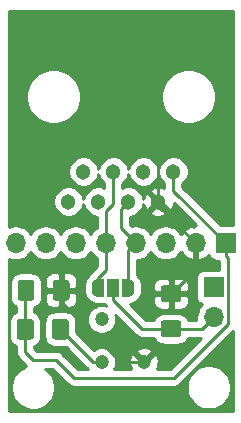
<source format=gbr>
G04 #@! TF.GenerationSoftware,KiCad,Pcbnew,(5.1.4)-1*
G04 #@! TF.CreationDate,2022-11-30T15:04:29+00:00*
G04 #@! TF.ProjectId,PIR_Board,5049525f-426f-4617-9264-2e6b69636164,rev?*
G04 #@! TF.SameCoordinates,Original*
G04 #@! TF.FileFunction,Copper,L2,Bot*
G04 #@! TF.FilePolarity,Positive*
%FSLAX46Y46*%
G04 Gerber Fmt 4.6, Leading zero omitted, Abs format (unit mm)*
G04 Created by KiCad (PCBNEW (5.1.4)-1) date 2022-11-30 15:04:29*
%MOMM*%
%LPD*%
G04 APERTURE LIST*
%ADD10C,1.200000*%
%ADD11C,1.303000*%
%ADD12C,0.100000*%
%ADD13C,1.425000*%
%ADD14O,1.700000X1.700000*%
%ADD15R,1.700000X1.700000*%
%ADD16R,1.000000X1.500000*%
%ADD17C,0.500000*%
%ADD18C,0.250000*%
%ADD19C,0.254000*%
G04 APERTURE END LIST*
D10*
X74349000Y-84999000D03*
X70757000Y-84999000D03*
X70757000Y-81407000D03*
D11*
X67960000Y-71437500D03*
X69230000Y-68897500D03*
X70500000Y-71437500D03*
X71770000Y-68897500D03*
X73040000Y-71437500D03*
X74310000Y-68897500D03*
X75580000Y-71437500D03*
X76850000Y-68897500D03*
D12*
G36*
X77294004Y-78509704D02*
G01*
X77318273Y-78513304D01*
X77342071Y-78519265D01*
X77365171Y-78527530D01*
X77387349Y-78538020D01*
X77408393Y-78550633D01*
X77428098Y-78565247D01*
X77446277Y-78581723D01*
X77462753Y-78599902D01*
X77477367Y-78619607D01*
X77489980Y-78640651D01*
X77500470Y-78662829D01*
X77508735Y-78685929D01*
X77514696Y-78709727D01*
X77518296Y-78733996D01*
X77519500Y-78758500D01*
X77519500Y-79683500D01*
X77518296Y-79708004D01*
X77514696Y-79732273D01*
X77508735Y-79756071D01*
X77500470Y-79779171D01*
X77489980Y-79801349D01*
X77477367Y-79822393D01*
X77462753Y-79842098D01*
X77446277Y-79860277D01*
X77428098Y-79876753D01*
X77408393Y-79891367D01*
X77387349Y-79903980D01*
X77365171Y-79914470D01*
X77342071Y-79922735D01*
X77318273Y-79928696D01*
X77294004Y-79932296D01*
X77269500Y-79933500D01*
X76019500Y-79933500D01*
X75994996Y-79932296D01*
X75970727Y-79928696D01*
X75946929Y-79922735D01*
X75923829Y-79914470D01*
X75901651Y-79903980D01*
X75880607Y-79891367D01*
X75860902Y-79876753D01*
X75842723Y-79860277D01*
X75826247Y-79842098D01*
X75811633Y-79822393D01*
X75799020Y-79801349D01*
X75788530Y-79779171D01*
X75780265Y-79756071D01*
X75774304Y-79732273D01*
X75770704Y-79708004D01*
X75769500Y-79683500D01*
X75769500Y-78758500D01*
X75770704Y-78733996D01*
X75774304Y-78709727D01*
X75780265Y-78685929D01*
X75788530Y-78662829D01*
X75799020Y-78640651D01*
X75811633Y-78619607D01*
X75826247Y-78599902D01*
X75842723Y-78581723D01*
X75860902Y-78565247D01*
X75880607Y-78550633D01*
X75901651Y-78538020D01*
X75923829Y-78527530D01*
X75946929Y-78519265D01*
X75970727Y-78513304D01*
X75994996Y-78509704D01*
X76019500Y-78508500D01*
X77269500Y-78508500D01*
X77294004Y-78509704D01*
X77294004Y-78509704D01*
G37*
D13*
X76644500Y-79221000D03*
D12*
G36*
X77294004Y-81484704D02*
G01*
X77318273Y-81488304D01*
X77342071Y-81494265D01*
X77365171Y-81502530D01*
X77387349Y-81513020D01*
X77408393Y-81525633D01*
X77428098Y-81540247D01*
X77446277Y-81556723D01*
X77462753Y-81574902D01*
X77477367Y-81594607D01*
X77489980Y-81615651D01*
X77500470Y-81637829D01*
X77508735Y-81660929D01*
X77514696Y-81684727D01*
X77518296Y-81708996D01*
X77519500Y-81733500D01*
X77519500Y-82658500D01*
X77518296Y-82683004D01*
X77514696Y-82707273D01*
X77508735Y-82731071D01*
X77500470Y-82754171D01*
X77489980Y-82776349D01*
X77477367Y-82797393D01*
X77462753Y-82817098D01*
X77446277Y-82835277D01*
X77428098Y-82851753D01*
X77408393Y-82866367D01*
X77387349Y-82878980D01*
X77365171Y-82889470D01*
X77342071Y-82897735D01*
X77318273Y-82903696D01*
X77294004Y-82907296D01*
X77269500Y-82908500D01*
X76019500Y-82908500D01*
X75994996Y-82907296D01*
X75970727Y-82903696D01*
X75946929Y-82897735D01*
X75923829Y-82889470D01*
X75901651Y-82878980D01*
X75880607Y-82866367D01*
X75860902Y-82851753D01*
X75842723Y-82835277D01*
X75826247Y-82817098D01*
X75811633Y-82797393D01*
X75799020Y-82776349D01*
X75788530Y-82754171D01*
X75780265Y-82731071D01*
X75774304Y-82707273D01*
X75770704Y-82683004D01*
X75769500Y-82658500D01*
X75769500Y-81733500D01*
X75770704Y-81708996D01*
X75774304Y-81684727D01*
X75780265Y-81660929D01*
X75788530Y-81637829D01*
X75799020Y-81615651D01*
X75811633Y-81594607D01*
X75826247Y-81574902D01*
X75842723Y-81556723D01*
X75860902Y-81540247D01*
X75880607Y-81525633D01*
X75901651Y-81513020D01*
X75923829Y-81502530D01*
X75946929Y-81494265D01*
X75970727Y-81488304D01*
X75994996Y-81484704D01*
X76019500Y-81483500D01*
X77269500Y-81483500D01*
X77294004Y-81484704D01*
X77294004Y-81484704D01*
G37*
D13*
X76644500Y-82196000D03*
D12*
G36*
X67824004Y-78056704D02*
G01*
X67848273Y-78060304D01*
X67872071Y-78066265D01*
X67895171Y-78074530D01*
X67917349Y-78085020D01*
X67938393Y-78097633D01*
X67958098Y-78112247D01*
X67976277Y-78128723D01*
X67992753Y-78146902D01*
X68007367Y-78166607D01*
X68019980Y-78187651D01*
X68030470Y-78209829D01*
X68038735Y-78232929D01*
X68044696Y-78256727D01*
X68048296Y-78280996D01*
X68049500Y-78305500D01*
X68049500Y-79555500D01*
X68048296Y-79580004D01*
X68044696Y-79604273D01*
X68038735Y-79628071D01*
X68030470Y-79651171D01*
X68019980Y-79673349D01*
X68007367Y-79694393D01*
X67992753Y-79714098D01*
X67976277Y-79732277D01*
X67958098Y-79748753D01*
X67938393Y-79763367D01*
X67917349Y-79775980D01*
X67895171Y-79786470D01*
X67872071Y-79794735D01*
X67848273Y-79800696D01*
X67824004Y-79804296D01*
X67799500Y-79805500D01*
X66874500Y-79805500D01*
X66849996Y-79804296D01*
X66825727Y-79800696D01*
X66801929Y-79794735D01*
X66778829Y-79786470D01*
X66756651Y-79775980D01*
X66735607Y-79763367D01*
X66715902Y-79748753D01*
X66697723Y-79732277D01*
X66681247Y-79714098D01*
X66666633Y-79694393D01*
X66654020Y-79673349D01*
X66643530Y-79651171D01*
X66635265Y-79628071D01*
X66629304Y-79604273D01*
X66625704Y-79580004D01*
X66624500Y-79555500D01*
X66624500Y-78305500D01*
X66625704Y-78280996D01*
X66629304Y-78256727D01*
X66635265Y-78232929D01*
X66643530Y-78209829D01*
X66654020Y-78187651D01*
X66666633Y-78166607D01*
X66681247Y-78146902D01*
X66697723Y-78128723D01*
X66715902Y-78112247D01*
X66735607Y-78097633D01*
X66756651Y-78085020D01*
X66778829Y-78074530D01*
X66801929Y-78066265D01*
X66825727Y-78060304D01*
X66849996Y-78056704D01*
X66874500Y-78055500D01*
X67799500Y-78055500D01*
X67824004Y-78056704D01*
X67824004Y-78056704D01*
G37*
D13*
X67337000Y-78930500D03*
D12*
G36*
X64849004Y-78056704D02*
G01*
X64873273Y-78060304D01*
X64897071Y-78066265D01*
X64920171Y-78074530D01*
X64942349Y-78085020D01*
X64963393Y-78097633D01*
X64983098Y-78112247D01*
X65001277Y-78128723D01*
X65017753Y-78146902D01*
X65032367Y-78166607D01*
X65044980Y-78187651D01*
X65055470Y-78209829D01*
X65063735Y-78232929D01*
X65069696Y-78256727D01*
X65073296Y-78280996D01*
X65074500Y-78305500D01*
X65074500Y-79555500D01*
X65073296Y-79580004D01*
X65069696Y-79604273D01*
X65063735Y-79628071D01*
X65055470Y-79651171D01*
X65044980Y-79673349D01*
X65032367Y-79694393D01*
X65017753Y-79714098D01*
X65001277Y-79732277D01*
X64983098Y-79748753D01*
X64963393Y-79763367D01*
X64942349Y-79775980D01*
X64920171Y-79786470D01*
X64897071Y-79794735D01*
X64873273Y-79800696D01*
X64849004Y-79804296D01*
X64824500Y-79805500D01*
X63899500Y-79805500D01*
X63874996Y-79804296D01*
X63850727Y-79800696D01*
X63826929Y-79794735D01*
X63803829Y-79786470D01*
X63781651Y-79775980D01*
X63760607Y-79763367D01*
X63740902Y-79748753D01*
X63722723Y-79732277D01*
X63706247Y-79714098D01*
X63691633Y-79694393D01*
X63679020Y-79673349D01*
X63668530Y-79651171D01*
X63660265Y-79628071D01*
X63654304Y-79604273D01*
X63650704Y-79580004D01*
X63649500Y-79555500D01*
X63649500Y-78305500D01*
X63650704Y-78280996D01*
X63654304Y-78256727D01*
X63660265Y-78232929D01*
X63668530Y-78209829D01*
X63679020Y-78187651D01*
X63691633Y-78166607D01*
X63706247Y-78146902D01*
X63722723Y-78128723D01*
X63740902Y-78112247D01*
X63760607Y-78097633D01*
X63781651Y-78085020D01*
X63803829Y-78074530D01*
X63826929Y-78066265D01*
X63850727Y-78060304D01*
X63874996Y-78056704D01*
X63899500Y-78055500D01*
X64824500Y-78055500D01*
X64849004Y-78056704D01*
X64849004Y-78056704D01*
G37*
D13*
X64362000Y-78930500D03*
D12*
G36*
X64785504Y-81358704D02*
G01*
X64809773Y-81362304D01*
X64833571Y-81368265D01*
X64856671Y-81376530D01*
X64878849Y-81387020D01*
X64899893Y-81399633D01*
X64919598Y-81414247D01*
X64937777Y-81430723D01*
X64954253Y-81448902D01*
X64968867Y-81468607D01*
X64981480Y-81489651D01*
X64991970Y-81511829D01*
X65000235Y-81534929D01*
X65006196Y-81558727D01*
X65009796Y-81582996D01*
X65011000Y-81607500D01*
X65011000Y-82857500D01*
X65009796Y-82882004D01*
X65006196Y-82906273D01*
X65000235Y-82930071D01*
X64991970Y-82953171D01*
X64981480Y-82975349D01*
X64968867Y-82996393D01*
X64954253Y-83016098D01*
X64937777Y-83034277D01*
X64919598Y-83050753D01*
X64899893Y-83065367D01*
X64878849Y-83077980D01*
X64856671Y-83088470D01*
X64833571Y-83096735D01*
X64809773Y-83102696D01*
X64785504Y-83106296D01*
X64761000Y-83107500D01*
X63836000Y-83107500D01*
X63811496Y-83106296D01*
X63787227Y-83102696D01*
X63763429Y-83096735D01*
X63740329Y-83088470D01*
X63718151Y-83077980D01*
X63697107Y-83065367D01*
X63677402Y-83050753D01*
X63659223Y-83034277D01*
X63642747Y-83016098D01*
X63628133Y-82996393D01*
X63615520Y-82975349D01*
X63605030Y-82953171D01*
X63596765Y-82930071D01*
X63590804Y-82906273D01*
X63587204Y-82882004D01*
X63586000Y-82857500D01*
X63586000Y-81607500D01*
X63587204Y-81582996D01*
X63590804Y-81558727D01*
X63596765Y-81534929D01*
X63605030Y-81511829D01*
X63615520Y-81489651D01*
X63628133Y-81468607D01*
X63642747Y-81448902D01*
X63659223Y-81430723D01*
X63677402Y-81414247D01*
X63697107Y-81399633D01*
X63718151Y-81387020D01*
X63740329Y-81376530D01*
X63763429Y-81368265D01*
X63787227Y-81362304D01*
X63811496Y-81358704D01*
X63836000Y-81357500D01*
X64761000Y-81357500D01*
X64785504Y-81358704D01*
X64785504Y-81358704D01*
G37*
D13*
X64298500Y-82232500D03*
D12*
G36*
X67760504Y-81358704D02*
G01*
X67784773Y-81362304D01*
X67808571Y-81368265D01*
X67831671Y-81376530D01*
X67853849Y-81387020D01*
X67874893Y-81399633D01*
X67894598Y-81414247D01*
X67912777Y-81430723D01*
X67929253Y-81448902D01*
X67943867Y-81468607D01*
X67956480Y-81489651D01*
X67966970Y-81511829D01*
X67975235Y-81534929D01*
X67981196Y-81558727D01*
X67984796Y-81582996D01*
X67986000Y-81607500D01*
X67986000Y-82857500D01*
X67984796Y-82882004D01*
X67981196Y-82906273D01*
X67975235Y-82930071D01*
X67966970Y-82953171D01*
X67956480Y-82975349D01*
X67943867Y-82996393D01*
X67929253Y-83016098D01*
X67912777Y-83034277D01*
X67894598Y-83050753D01*
X67874893Y-83065367D01*
X67853849Y-83077980D01*
X67831671Y-83088470D01*
X67808571Y-83096735D01*
X67784773Y-83102696D01*
X67760504Y-83106296D01*
X67736000Y-83107500D01*
X66811000Y-83107500D01*
X66786496Y-83106296D01*
X66762227Y-83102696D01*
X66738429Y-83096735D01*
X66715329Y-83088470D01*
X66693151Y-83077980D01*
X66672107Y-83065367D01*
X66652402Y-83050753D01*
X66634223Y-83034277D01*
X66617747Y-83016098D01*
X66603133Y-82996393D01*
X66590520Y-82975349D01*
X66580030Y-82953171D01*
X66571765Y-82930071D01*
X66565804Y-82906273D01*
X66562204Y-82882004D01*
X66561000Y-82857500D01*
X66561000Y-81607500D01*
X66562204Y-81582996D01*
X66565804Y-81558727D01*
X66571765Y-81534929D01*
X66580030Y-81511829D01*
X66590520Y-81489651D01*
X66603133Y-81468607D01*
X66617747Y-81448902D01*
X66634223Y-81430723D01*
X66652402Y-81414247D01*
X66672107Y-81399633D01*
X66693151Y-81387020D01*
X66715329Y-81376530D01*
X66738429Y-81368265D01*
X66762227Y-81362304D01*
X66786496Y-81358704D01*
X66811000Y-81357500D01*
X67736000Y-81357500D01*
X67760504Y-81358704D01*
X67760504Y-81358704D01*
G37*
D13*
X67273500Y-82232500D03*
D14*
X63500000Y-74930000D03*
X66040000Y-74930000D03*
X68580000Y-74930000D03*
X71120000Y-74930000D03*
X73660000Y-74930000D03*
X76200000Y-74930000D03*
X78740000Y-74930000D03*
D15*
X81280000Y-74930000D03*
D14*
X80264000Y-81216500D03*
D15*
X80264000Y-78676500D03*
D16*
X71725000Y-78740000D03*
D17*
X73025000Y-78740000D03*
D12*
G36*
X73025000Y-77990602D02*
G01*
X73049534Y-77990602D01*
X73098365Y-77995412D01*
X73146490Y-78004984D01*
X73193445Y-78019228D01*
X73238778Y-78038005D01*
X73282051Y-78061136D01*
X73322850Y-78088396D01*
X73360779Y-78119524D01*
X73395476Y-78154221D01*
X73426604Y-78192150D01*
X73453864Y-78232949D01*
X73476995Y-78276222D01*
X73495772Y-78321555D01*
X73510016Y-78368510D01*
X73519588Y-78416635D01*
X73524398Y-78465466D01*
X73524398Y-78490000D01*
X73525000Y-78490000D01*
X73525000Y-78990000D01*
X73524398Y-78990000D01*
X73524398Y-79014534D01*
X73519588Y-79063365D01*
X73510016Y-79111490D01*
X73495772Y-79158445D01*
X73476995Y-79203778D01*
X73453864Y-79247051D01*
X73426604Y-79287850D01*
X73395476Y-79325779D01*
X73360779Y-79360476D01*
X73322850Y-79391604D01*
X73282051Y-79418864D01*
X73238778Y-79441995D01*
X73193445Y-79460772D01*
X73146490Y-79475016D01*
X73098365Y-79484588D01*
X73049534Y-79489398D01*
X73025000Y-79489398D01*
X73025000Y-79490000D01*
X72475000Y-79490000D01*
X72475000Y-77990000D01*
X73025000Y-77990000D01*
X73025000Y-77990602D01*
X73025000Y-77990602D01*
G37*
D17*
X70425000Y-78740000D03*
D12*
G36*
X70975000Y-79490000D02*
G01*
X70425000Y-79490000D01*
X70425000Y-79489398D01*
X70400466Y-79489398D01*
X70351635Y-79484588D01*
X70303510Y-79475016D01*
X70256555Y-79460772D01*
X70211222Y-79441995D01*
X70167949Y-79418864D01*
X70127150Y-79391604D01*
X70089221Y-79360476D01*
X70054524Y-79325779D01*
X70023396Y-79287850D01*
X69996136Y-79247051D01*
X69973005Y-79203778D01*
X69954228Y-79158445D01*
X69939984Y-79111490D01*
X69930412Y-79063365D01*
X69925602Y-79014534D01*
X69925602Y-78990000D01*
X69925000Y-78990000D01*
X69925000Y-78490000D01*
X69925602Y-78490000D01*
X69925602Y-78465466D01*
X69930412Y-78416635D01*
X69939984Y-78368510D01*
X69954228Y-78321555D01*
X69973005Y-78276222D01*
X69996136Y-78232949D01*
X70023396Y-78192150D01*
X70054524Y-78154221D01*
X70089221Y-78119524D01*
X70127150Y-78088396D01*
X70167949Y-78061136D01*
X70211222Y-78038005D01*
X70256555Y-78019228D01*
X70303510Y-78004984D01*
X70351635Y-77995412D01*
X70400466Y-77990602D01*
X70425000Y-77990602D01*
X70425000Y-77990000D01*
X70975000Y-77990000D01*
X70975000Y-79490000D01*
X70975000Y-79490000D01*
G37*
D18*
X71770000Y-69818860D02*
X71770000Y-68897500D01*
X71770000Y-71612722D02*
X71770000Y-69818860D01*
X71120000Y-72262722D02*
X71770000Y-71612722D01*
X71120000Y-74930000D02*
X71120000Y-72262722D01*
X71120000Y-77197408D02*
X71120000Y-74930000D01*
X70425000Y-78740000D02*
X70425000Y-77892408D01*
X70425000Y-77892408D02*
X71120000Y-77197408D01*
X73025000Y-75565000D02*
X73660000Y-74930000D01*
X73025000Y-78740000D02*
X73025000Y-75565000D01*
X73025000Y-78740000D02*
X73025000Y-77216000D01*
X72810001Y-74080001D02*
X73660000Y-74930000D01*
X72388501Y-73658501D02*
X72810001Y-74080001D01*
X72388501Y-72088999D02*
X72388501Y-73658501D01*
X73040000Y-71437500D02*
X72388501Y-72088999D01*
X78740000Y-77125500D02*
X78740000Y-74930000D01*
X76644500Y-79221000D02*
X78740000Y-77125500D01*
X75580000Y-71770000D02*
X75580000Y-71437500D01*
X78740000Y-74930000D02*
X75580000Y-71770000D01*
X73500472Y-84999000D02*
X74349000Y-84999000D01*
X72430500Y-84999000D02*
X73500472Y-84999000D01*
X67337000Y-79905500D02*
X72430500Y-84999000D01*
X67337000Y-78930500D02*
X67337000Y-79905500D01*
X75580000Y-71437500D02*
X75580000Y-67134500D01*
X67337000Y-82169000D02*
X67273500Y-82232500D01*
X64298500Y-78994000D02*
X64362000Y-78930500D01*
X64298500Y-82232500D02*
X64298500Y-78994000D01*
X76850000Y-70500000D02*
X81280000Y-74930000D01*
X76850000Y-68897500D02*
X76850000Y-70500000D01*
X81439001Y-81780501D02*
X76859502Y-86360000D01*
X81439001Y-76189001D02*
X81439001Y-81780501D01*
X81280000Y-74930000D02*
X81280000Y-76030000D01*
X81280000Y-76030000D02*
X81439001Y-76189001D01*
X76859502Y-86360000D02*
X68426000Y-86360000D01*
X64298500Y-82232500D02*
X64298500Y-84174000D01*
X64942250Y-84817750D02*
X66883750Y-84817750D01*
X64298500Y-84174000D02*
X64942250Y-84817750D01*
X68426000Y-86360000D02*
X66883750Y-84817750D01*
X75669500Y-82196000D02*
X76644500Y-82196000D01*
X74181000Y-82196000D02*
X75669500Y-82196000D01*
X71725000Y-79740000D02*
X74181000Y-82196000D01*
X71725000Y-78740000D02*
X71725000Y-79740000D01*
X79284500Y-82196000D02*
X80264000Y-81216500D01*
X76644500Y-82196000D02*
X79284500Y-82196000D01*
X70040000Y-84999000D02*
X70757000Y-84999000D01*
X67273500Y-82232500D02*
X70040000Y-84999000D01*
D19*
G36*
X69879294Y-75759014D02*
G01*
X70064866Y-75985134D01*
X70290986Y-76170706D01*
X70360000Y-76207595D01*
X70360000Y-76882606D01*
X69913997Y-77328609D01*
X69885000Y-77352407D01*
X69861202Y-77381405D01*
X69861201Y-77381406D01*
X69790026Y-77468132D01*
X69719454Y-77600162D01*
X69719220Y-77600934D01*
X69656618Y-77652310D01*
X69587310Y-77721618D01*
X69507958Y-77818309D01*
X69453502Y-77899808D01*
X69394536Y-78010125D01*
X69357027Y-78100681D01*
X69320718Y-78220377D01*
X69301596Y-78316510D01*
X69289336Y-78440991D01*
X69289336Y-78465550D01*
X69286928Y-78490000D01*
X69286928Y-78990000D01*
X69289336Y-79014450D01*
X69289336Y-79039009D01*
X69301596Y-79163490D01*
X69320718Y-79259623D01*
X69357027Y-79379319D01*
X69394536Y-79469875D01*
X69453502Y-79580192D01*
X69507958Y-79661691D01*
X69587310Y-79758382D01*
X69656618Y-79827690D01*
X69753309Y-79907042D01*
X69834808Y-79961498D01*
X69945125Y-80020464D01*
X70035681Y-80057973D01*
X70155377Y-80094282D01*
X70251510Y-80113404D01*
X70375991Y-80125664D01*
X70400550Y-80125664D01*
X70425000Y-80128072D01*
X70975000Y-80128072D01*
X71065890Y-80119120D01*
X71090026Y-80164276D01*
X71135315Y-80219460D01*
X71144626Y-80230805D01*
X71117236Y-80219460D01*
X70878637Y-80172000D01*
X70635363Y-80172000D01*
X70396764Y-80219460D01*
X70172008Y-80312557D01*
X69969733Y-80447713D01*
X69797713Y-80619733D01*
X69662557Y-80822008D01*
X69569460Y-81046764D01*
X69522000Y-81285363D01*
X69522000Y-81528637D01*
X69569460Y-81767236D01*
X69662557Y-81991992D01*
X69797713Y-82194267D01*
X69969733Y-82366287D01*
X70172008Y-82501443D01*
X70396764Y-82594540D01*
X70635363Y-82642000D01*
X70878637Y-82642000D01*
X71117236Y-82594540D01*
X71341992Y-82501443D01*
X71544267Y-82366287D01*
X71716287Y-82194267D01*
X71851443Y-81991992D01*
X71944540Y-81767236D01*
X71992000Y-81528637D01*
X71992000Y-81285363D01*
X71944540Y-81046764D01*
X71935756Y-81025557D01*
X73617201Y-82707003D01*
X73640999Y-82736001D01*
X73669997Y-82759799D01*
X73756724Y-82830974D01*
X73888753Y-82901546D01*
X74032014Y-82945003D01*
X74181000Y-82959677D01*
X74218333Y-82956000D01*
X75186181Y-82956000D01*
X75199028Y-82998350D01*
X75281095Y-83151886D01*
X75391538Y-83286462D01*
X75526114Y-83396905D01*
X75679650Y-83478972D01*
X75846246Y-83529508D01*
X76019500Y-83546572D01*
X77269500Y-83546572D01*
X77442754Y-83529508D01*
X77609350Y-83478972D01*
X77762886Y-83396905D01*
X77897462Y-83286462D01*
X78007905Y-83151886D01*
X78089972Y-82998350D01*
X78102819Y-82956000D01*
X79188700Y-82956000D01*
X76544701Y-85600000D01*
X75432307Y-85600000D01*
X75523237Y-85400484D01*
X75579000Y-85163687D01*
X75587495Y-84920562D01*
X75548395Y-84680451D01*
X75463202Y-84452582D01*
X75422348Y-84376148D01*
X75198764Y-84328841D01*
X74528605Y-84999000D01*
X74542748Y-85013143D01*
X74363143Y-85192748D01*
X74349000Y-85178605D01*
X74334858Y-85192748D01*
X74155253Y-85013143D01*
X74169395Y-84999000D01*
X73499236Y-84328841D01*
X73275652Y-84376148D01*
X73174763Y-84597516D01*
X73119000Y-84834313D01*
X73110505Y-85077438D01*
X73149605Y-85317549D01*
X73234798Y-85545418D01*
X73263972Y-85600000D01*
X71840747Y-85600000D01*
X71851443Y-85583992D01*
X71944540Y-85359236D01*
X71992000Y-85120637D01*
X71992000Y-84877363D01*
X71944540Y-84638764D01*
X71851443Y-84414008D01*
X71716287Y-84211733D01*
X71653790Y-84149236D01*
X73678841Y-84149236D01*
X74349000Y-84819395D01*
X75019159Y-84149236D01*
X74971852Y-83925652D01*
X74750484Y-83824763D01*
X74513687Y-83769000D01*
X74270562Y-83760505D01*
X74030451Y-83799605D01*
X73802582Y-83884798D01*
X73726148Y-83925652D01*
X73678841Y-84149236D01*
X71653790Y-84149236D01*
X71544267Y-84039713D01*
X71341992Y-83904557D01*
X71117236Y-83811460D01*
X70878637Y-83764000D01*
X70635363Y-83764000D01*
X70396764Y-83811460D01*
X70172008Y-83904557D01*
X70081101Y-83965299D01*
X68624072Y-82508271D01*
X68624072Y-81607500D01*
X68607008Y-81434246D01*
X68556472Y-81267650D01*
X68474405Y-81114114D01*
X68363962Y-80979538D01*
X68229386Y-80869095D01*
X68075850Y-80787028D01*
X67909254Y-80736492D01*
X67736000Y-80719428D01*
X66811000Y-80719428D01*
X66637746Y-80736492D01*
X66471150Y-80787028D01*
X66317614Y-80869095D01*
X66183038Y-80979538D01*
X66072595Y-81114114D01*
X65990528Y-81267650D01*
X65939992Y-81434246D01*
X65922928Y-81607500D01*
X65922928Y-82857500D01*
X65939992Y-83030754D01*
X65990528Y-83197350D01*
X66072595Y-83350886D01*
X66183038Y-83485462D01*
X66317614Y-83595905D01*
X66471150Y-83677972D01*
X66637746Y-83728508D01*
X66811000Y-83745572D01*
X67711771Y-83745572D01*
X69476201Y-85510003D01*
X69499999Y-85539001D01*
X69574327Y-85600000D01*
X68740802Y-85600000D01*
X67447554Y-84306753D01*
X67423751Y-84277749D01*
X67308026Y-84182776D01*
X67175997Y-84112204D01*
X67032736Y-84068747D01*
X66921083Y-84057750D01*
X66921072Y-84057750D01*
X66883750Y-84054074D01*
X66846428Y-84057750D01*
X65257052Y-84057750D01*
X65058500Y-83859199D01*
X65058500Y-83690819D01*
X65100850Y-83677972D01*
X65254386Y-83595905D01*
X65388962Y-83485462D01*
X65499405Y-83350886D01*
X65581472Y-83197350D01*
X65632008Y-83030754D01*
X65649072Y-82857500D01*
X65649072Y-81607500D01*
X65632008Y-81434246D01*
X65581472Y-81267650D01*
X65499405Y-81114114D01*
X65388962Y-80979538D01*
X65254386Y-80869095D01*
X65100850Y-80787028D01*
X65058500Y-80774181D01*
X65058500Y-80408081D01*
X65164350Y-80375972D01*
X65317886Y-80293905D01*
X65452462Y-80183462D01*
X65562905Y-80048886D01*
X65644972Y-79895350D01*
X65672227Y-79805500D01*
X65986428Y-79805500D01*
X65998688Y-79929982D01*
X66034998Y-80049680D01*
X66093963Y-80159994D01*
X66173315Y-80256685D01*
X66270006Y-80336037D01*
X66380320Y-80395002D01*
X66500018Y-80431312D01*
X66624500Y-80443572D01*
X67051250Y-80440500D01*
X67210000Y-80281750D01*
X67210000Y-79057500D01*
X67464000Y-79057500D01*
X67464000Y-80281750D01*
X67622750Y-80440500D01*
X68049500Y-80443572D01*
X68173982Y-80431312D01*
X68293680Y-80395002D01*
X68403994Y-80336037D01*
X68500685Y-80256685D01*
X68580037Y-80159994D01*
X68639002Y-80049680D01*
X68675312Y-79929982D01*
X68687572Y-79805500D01*
X68684500Y-79216250D01*
X68525750Y-79057500D01*
X67464000Y-79057500D01*
X67210000Y-79057500D01*
X66148250Y-79057500D01*
X65989500Y-79216250D01*
X65986428Y-79805500D01*
X65672227Y-79805500D01*
X65695508Y-79728754D01*
X65712572Y-79555500D01*
X65712572Y-78305500D01*
X65695508Y-78132246D01*
X65672228Y-78055500D01*
X65986428Y-78055500D01*
X65989500Y-78644750D01*
X66148250Y-78803500D01*
X67210000Y-78803500D01*
X67210000Y-77579250D01*
X67464000Y-77579250D01*
X67464000Y-78803500D01*
X68525750Y-78803500D01*
X68684500Y-78644750D01*
X68687572Y-78055500D01*
X68675312Y-77931018D01*
X68639002Y-77811320D01*
X68580037Y-77701006D01*
X68500685Y-77604315D01*
X68403994Y-77524963D01*
X68293680Y-77465998D01*
X68173982Y-77429688D01*
X68049500Y-77417428D01*
X67622750Y-77420500D01*
X67464000Y-77579250D01*
X67210000Y-77579250D01*
X67051250Y-77420500D01*
X66624500Y-77417428D01*
X66500018Y-77429688D01*
X66380320Y-77465998D01*
X66270006Y-77524963D01*
X66173315Y-77604315D01*
X66093963Y-77701006D01*
X66034998Y-77811320D01*
X65998688Y-77931018D01*
X65986428Y-78055500D01*
X65672228Y-78055500D01*
X65644972Y-77965650D01*
X65562905Y-77812114D01*
X65452462Y-77677538D01*
X65317886Y-77567095D01*
X65164350Y-77485028D01*
X64997754Y-77434492D01*
X64824500Y-77417428D01*
X63899500Y-77417428D01*
X63726246Y-77434492D01*
X63559650Y-77485028D01*
X63406114Y-77567095D01*
X63271538Y-77677538D01*
X63161095Y-77812114D01*
X63079028Y-77965650D01*
X63028492Y-78132246D01*
X63011428Y-78305500D01*
X63011428Y-79555500D01*
X63028492Y-79728754D01*
X63079028Y-79895350D01*
X63161095Y-80048886D01*
X63271538Y-80183462D01*
X63406114Y-80293905D01*
X63538501Y-80364667D01*
X63538500Y-80774181D01*
X63496150Y-80787028D01*
X63342614Y-80869095D01*
X63208038Y-80979538D01*
X63097595Y-81114114D01*
X63015528Y-81267650D01*
X62964992Y-81434246D01*
X62947928Y-81607500D01*
X62947928Y-82857500D01*
X62964992Y-83030754D01*
X63015528Y-83197350D01*
X63097595Y-83350886D01*
X63208038Y-83485462D01*
X63342614Y-83595905D01*
X63496150Y-83677972D01*
X63538501Y-83690819D01*
X63538501Y-84136668D01*
X63534824Y-84174000D01*
X63538501Y-84211333D01*
X63545043Y-84277749D01*
X63549498Y-84322985D01*
X63592954Y-84466246D01*
X63663526Y-84598276D01*
X63730966Y-84680451D01*
X63758500Y-84714001D01*
X63787498Y-84737799D01*
X64378450Y-85328752D01*
X64395006Y-85348926D01*
X64067618Y-85484534D01*
X63758882Y-85690825D01*
X63496325Y-85953382D01*
X63290034Y-86262118D01*
X63147939Y-86605166D01*
X63075500Y-86969344D01*
X63075500Y-87340656D01*
X63147939Y-87704834D01*
X63290034Y-88047882D01*
X63496325Y-88356618D01*
X63758882Y-88619175D01*
X64067618Y-88825466D01*
X64410666Y-88967561D01*
X64774844Y-89040000D01*
X65146156Y-89040000D01*
X65510334Y-88967561D01*
X65853382Y-88825466D01*
X66162118Y-88619175D01*
X66424675Y-88356618D01*
X66630966Y-88047882D01*
X66773061Y-87704834D01*
X66845500Y-87340656D01*
X66845500Y-86969344D01*
X66773061Y-86605166D01*
X66630966Y-86262118D01*
X66424675Y-85953382D01*
X66162118Y-85690825D01*
X65992889Y-85577750D01*
X66568949Y-85577750D01*
X67862201Y-86871003D01*
X67885999Y-86900001D01*
X68001724Y-86994974D01*
X68133753Y-87065546D01*
X68277014Y-87109003D01*
X68388667Y-87120000D01*
X68388677Y-87120000D01*
X68426000Y-87123676D01*
X68463323Y-87120000D01*
X76822180Y-87120000D01*
X76859502Y-87123676D01*
X76896824Y-87120000D01*
X76896835Y-87120000D01*
X77008488Y-87109003D01*
X77151749Y-87065546D01*
X77283778Y-86994974D01*
X77325365Y-86960844D01*
X77964500Y-86960844D01*
X77964500Y-87332156D01*
X78036939Y-87696334D01*
X78179034Y-88039382D01*
X78385325Y-88348118D01*
X78647882Y-88610675D01*
X78956618Y-88816966D01*
X79299666Y-88959061D01*
X79663844Y-89031500D01*
X80035156Y-89031500D01*
X80399334Y-88959061D01*
X80742382Y-88816966D01*
X81051118Y-88610675D01*
X81313675Y-88348118D01*
X81519966Y-88039382D01*
X81662061Y-87696334D01*
X81734500Y-87332156D01*
X81734500Y-86960844D01*
X81662061Y-86596666D01*
X81519966Y-86253618D01*
X81313675Y-85944882D01*
X81051118Y-85682325D01*
X80742382Y-85476034D01*
X80399334Y-85333939D01*
X80035156Y-85261500D01*
X79663844Y-85261500D01*
X79299666Y-85333939D01*
X78956618Y-85476034D01*
X78647882Y-85682325D01*
X78385325Y-85944882D01*
X78179034Y-86253618D01*
X78036939Y-86596666D01*
X77964500Y-86960844D01*
X77325365Y-86960844D01*
X77399503Y-86900001D01*
X77423306Y-86870997D01*
X81880001Y-82414303D01*
X81880001Y-89186787D01*
X62930000Y-89194714D01*
X62930000Y-76308913D01*
X63208889Y-76393513D01*
X63427050Y-76415000D01*
X63572950Y-76415000D01*
X63791111Y-76393513D01*
X64071034Y-76308599D01*
X64329014Y-76170706D01*
X64555134Y-75985134D01*
X64740706Y-75759014D01*
X64770000Y-75704209D01*
X64799294Y-75759014D01*
X64984866Y-75985134D01*
X65210986Y-76170706D01*
X65468966Y-76308599D01*
X65748889Y-76393513D01*
X65967050Y-76415000D01*
X66112950Y-76415000D01*
X66331111Y-76393513D01*
X66611034Y-76308599D01*
X66869014Y-76170706D01*
X67095134Y-75985134D01*
X67280706Y-75759014D01*
X67310000Y-75704209D01*
X67339294Y-75759014D01*
X67524866Y-75985134D01*
X67750986Y-76170706D01*
X68008966Y-76308599D01*
X68288889Y-76393513D01*
X68507050Y-76415000D01*
X68652950Y-76415000D01*
X68871111Y-76393513D01*
X69151034Y-76308599D01*
X69409014Y-76170706D01*
X69635134Y-75985134D01*
X69820706Y-75759014D01*
X69850000Y-75704209D01*
X69879294Y-75759014D01*
X69879294Y-75759014D01*
G37*
X69879294Y-75759014D02*
X70064866Y-75985134D01*
X70290986Y-76170706D01*
X70360000Y-76207595D01*
X70360000Y-76882606D01*
X69913997Y-77328609D01*
X69885000Y-77352407D01*
X69861202Y-77381405D01*
X69861201Y-77381406D01*
X69790026Y-77468132D01*
X69719454Y-77600162D01*
X69719220Y-77600934D01*
X69656618Y-77652310D01*
X69587310Y-77721618D01*
X69507958Y-77818309D01*
X69453502Y-77899808D01*
X69394536Y-78010125D01*
X69357027Y-78100681D01*
X69320718Y-78220377D01*
X69301596Y-78316510D01*
X69289336Y-78440991D01*
X69289336Y-78465550D01*
X69286928Y-78490000D01*
X69286928Y-78990000D01*
X69289336Y-79014450D01*
X69289336Y-79039009D01*
X69301596Y-79163490D01*
X69320718Y-79259623D01*
X69357027Y-79379319D01*
X69394536Y-79469875D01*
X69453502Y-79580192D01*
X69507958Y-79661691D01*
X69587310Y-79758382D01*
X69656618Y-79827690D01*
X69753309Y-79907042D01*
X69834808Y-79961498D01*
X69945125Y-80020464D01*
X70035681Y-80057973D01*
X70155377Y-80094282D01*
X70251510Y-80113404D01*
X70375991Y-80125664D01*
X70400550Y-80125664D01*
X70425000Y-80128072D01*
X70975000Y-80128072D01*
X71065890Y-80119120D01*
X71090026Y-80164276D01*
X71135315Y-80219460D01*
X71144626Y-80230805D01*
X71117236Y-80219460D01*
X70878637Y-80172000D01*
X70635363Y-80172000D01*
X70396764Y-80219460D01*
X70172008Y-80312557D01*
X69969733Y-80447713D01*
X69797713Y-80619733D01*
X69662557Y-80822008D01*
X69569460Y-81046764D01*
X69522000Y-81285363D01*
X69522000Y-81528637D01*
X69569460Y-81767236D01*
X69662557Y-81991992D01*
X69797713Y-82194267D01*
X69969733Y-82366287D01*
X70172008Y-82501443D01*
X70396764Y-82594540D01*
X70635363Y-82642000D01*
X70878637Y-82642000D01*
X71117236Y-82594540D01*
X71341992Y-82501443D01*
X71544267Y-82366287D01*
X71716287Y-82194267D01*
X71851443Y-81991992D01*
X71944540Y-81767236D01*
X71992000Y-81528637D01*
X71992000Y-81285363D01*
X71944540Y-81046764D01*
X71935756Y-81025557D01*
X73617201Y-82707003D01*
X73640999Y-82736001D01*
X73669997Y-82759799D01*
X73756724Y-82830974D01*
X73888753Y-82901546D01*
X74032014Y-82945003D01*
X74181000Y-82959677D01*
X74218333Y-82956000D01*
X75186181Y-82956000D01*
X75199028Y-82998350D01*
X75281095Y-83151886D01*
X75391538Y-83286462D01*
X75526114Y-83396905D01*
X75679650Y-83478972D01*
X75846246Y-83529508D01*
X76019500Y-83546572D01*
X77269500Y-83546572D01*
X77442754Y-83529508D01*
X77609350Y-83478972D01*
X77762886Y-83396905D01*
X77897462Y-83286462D01*
X78007905Y-83151886D01*
X78089972Y-82998350D01*
X78102819Y-82956000D01*
X79188700Y-82956000D01*
X76544701Y-85600000D01*
X75432307Y-85600000D01*
X75523237Y-85400484D01*
X75579000Y-85163687D01*
X75587495Y-84920562D01*
X75548395Y-84680451D01*
X75463202Y-84452582D01*
X75422348Y-84376148D01*
X75198764Y-84328841D01*
X74528605Y-84999000D01*
X74542748Y-85013143D01*
X74363143Y-85192748D01*
X74349000Y-85178605D01*
X74334858Y-85192748D01*
X74155253Y-85013143D01*
X74169395Y-84999000D01*
X73499236Y-84328841D01*
X73275652Y-84376148D01*
X73174763Y-84597516D01*
X73119000Y-84834313D01*
X73110505Y-85077438D01*
X73149605Y-85317549D01*
X73234798Y-85545418D01*
X73263972Y-85600000D01*
X71840747Y-85600000D01*
X71851443Y-85583992D01*
X71944540Y-85359236D01*
X71992000Y-85120637D01*
X71992000Y-84877363D01*
X71944540Y-84638764D01*
X71851443Y-84414008D01*
X71716287Y-84211733D01*
X71653790Y-84149236D01*
X73678841Y-84149236D01*
X74349000Y-84819395D01*
X75019159Y-84149236D01*
X74971852Y-83925652D01*
X74750484Y-83824763D01*
X74513687Y-83769000D01*
X74270562Y-83760505D01*
X74030451Y-83799605D01*
X73802582Y-83884798D01*
X73726148Y-83925652D01*
X73678841Y-84149236D01*
X71653790Y-84149236D01*
X71544267Y-84039713D01*
X71341992Y-83904557D01*
X71117236Y-83811460D01*
X70878637Y-83764000D01*
X70635363Y-83764000D01*
X70396764Y-83811460D01*
X70172008Y-83904557D01*
X70081101Y-83965299D01*
X68624072Y-82508271D01*
X68624072Y-81607500D01*
X68607008Y-81434246D01*
X68556472Y-81267650D01*
X68474405Y-81114114D01*
X68363962Y-80979538D01*
X68229386Y-80869095D01*
X68075850Y-80787028D01*
X67909254Y-80736492D01*
X67736000Y-80719428D01*
X66811000Y-80719428D01*
X66637746Y-80736492D01*
X66471150Y-80787028D01*
X66317614Y-80869095D01*
X66183038Y-80979538D01*
X66072595Y-81114114D01*
X65990528Y-81267650D01*
X65939992Y-81434246D01*
X65922928Y-81607500D01*
X65922928Y-82857500D01*
X65939992Y-83030754D01*
X65990528Y-83197350D01*
X66072595Y-83350886D01*
X66183038Y-83485462D01*
X66317614Y-83595905D01*
X66471150Y-83677972D01*
X66637746Y-83728508D01*
X66811000Y-83745572D01*
X67711771Y-83745572D01*
X69476201Y-85510003D01*
X69499999Y-85539001D01*
X69574327Y-85600000D01*
X68740802Y-85600000D01*
X67447554Y-84306753D01*
X67423751Y-84277749D01*
X67308026Y-84182776D01*
X67175997Y-84112204D01*
X67032736Y-84068747D01*
X66921083Y-84057750D01*
X66921072Y-84057750D01*
X66883750Y-84054074D01*
X66846428Y-84057750D01*
X65257052Y-84057750D01*
X65058500Y-83859199D01*
X65058500Y-83690819D01*
X65100850Y-83677972D01*
X65254386Y-83595905D01*
X65388962Y-83485462D01*
X65499405Y-83350886D01*
X65581472Y-83197350D01*
X65632008Y-83030754D01*
X65649072Y-82857500D01*
X65649072Y-81607500D01*
X65632008Y-81434246D01*
X65581472Y-81267650D01*
X65499405Y-81114114D01*
X65388962Y-80979538D01*
X65254386Y-80869095D01*
X65100850Y-80787028D01*
X65058500Y-80774181D01*
X65058500Y-80408081D01*
X65164350Y-80375972D01*
X65317886Y-80293905D01*
X65452462Y-80183462D01*
X65562905Y-80048886D01*
X65644972Y-79895350D01*
X65672227Y-79805500D01*
X65986428Y-79805500D01*
X65998688Y-79929982D01*
X66034998Y-80049680D01*
X66093963Y-80159994D01*
X66173315Y-80256685D01*
X66270006Y-80336037D01*
X66380320Y-80395002D01*
X66500018Y-80431312D01*
X66624500Y-80443572D01*
X67051250Y-80440500D01*
X67210000Y-80281750D01*
X67210000Y-79057500D01*
X67464000Y-79057500D01*
X67464000Y-80281750D01*
X67622750Y-80440500D01*
X68049500Y-80443572D01*
X68173982Y-80431312D01*
X68293680Y-80395002D01*
X68403994Y-80336037D01*
X68500685Y-80256685D01*
X68580037Y-80159994D01*
X68639002Y-80049680D01*
X68675312Y-79929982D01*
X68687572Y-79805500D01*
X68684500Y-79216250D01*
X68525750Y-79057500D01*
X67464000Y-79057500D01*
X67210000Y-79057500D01*
X66148250Y-79057500D01*
X65989500Y-79216250D01*
X65986428Y-79805500D01*
X65672227Y-79805500D01*
X65695508Y-79728754D01*
X65712572Y-79555500D01*
X65712572Y-78305500D01*
X65695508Y-78132246D01*
X65672228Y-78055500D01*
X65986428Y-78055500D01*
X65989500Y-78644750D01*
X66148250Y-78803500D01*
X67210000Y-78803500D01*
X67210000Y-77579250D01*
X67464000Y-77579250D01*
X67464000Y-78803500D01*
X68525750Y-78803500D01*
X68684500Y-78644750D01*
X68687572Y-78055500D01*
X68675312Y-77931018D01*
X68639002Y-77811320D01*
X68580037Y-77701006D01*
X68500685Y-77604315D01*
X68403994Y-77524963D01*
X68293680Y-77465998D01*
X68173982Y-77429688D01*
X68049500Y-77417428D01*
X67622750Y-77420500D01*
X67464000Y-77579250D01*
X67210000Y-77579250D01*
X67051250Y-77420500D01*
X66624500Y-77417428D01*
X66500018Y-77429688D01*
X66380320Y-77465998D01*
X66270006Y-77524963D01*
X66173315Y-77604315D01*
X66093963Y-77701006D01*
X66034998Y-77811320D01*
X65998688Y-77931018D01*
X65986428Y-78055500D01*
X65672228Y-78055500D01*
X65644972Y-77965650D01*
X65562905Y-77812114D01*
X65452462Y-77677538D01*
X65317886Y-77567095D01*
X65164350Y-77485028D01*
X64997754Y-77434492D01*
X64824500Y-77417428D01*
X63899500Y-77417428D01*
X63726246Y-77434492D01*
X63559650Y-77485028D01*
X63406114Y-77567095D01*
X63271538Y-77677538D01*
X63161095Y-77812114D01*
X63079028Y-77965650D01*
X63028492Y-78132246D01*
X63011428Y-78305500D01*
X63011428Y-79555500D01*
X63028492Y-79728754D01*
X63079028Y-79895350D01*
X63161095Y-80048886D01*
X63271538Y-80183462D01*
X63406114Y-80293905D01*
X63538501Y-80364667D01*
X63538500Y-80774181D01*
X63496150Y-80787028D01*
X63342614Y-80869095D01*
X63208038Y-80979538D01*
X63097595Y-81114114D01*
X63015528Y-81267650D01*
X62964992Y-81434246D01*
X62947928Y-81607500D01*
X62947928Y-82857500D01*
X62964992Y-83030754D01*
X63015528Y-83197350D01*
X63097595Y-83350886D01*
X63208038Y-83485462D01*
X63342614Y-83595905D01*
X63496150Y-83677972D01*
X63538501Y-83690819D01*
X63538501Y-84136668D01*
X63534824Y-84174000D01*
X63538501Y-84211333D01*
X63545043Y-84277749D01*
X63549498Y-84322985D01*
X63592954Y-84466246D01*
X63663526Y-84598276D01*
X63730966Y-84680451D01*
X63758500Y-84714001D01*
X63787498Y-84737799D01*
X64378450Y-85328752D01*
X64395006Y-85348926D01*
X64067618Y-85484534D01*
X63758882Y-85690825D01*
X63496325Y-85953382D01*
X63290034Y-86262118D01*
X63147939Y-86605166D01*
X63075500Y-86969344D01*
X63075500Y-87340656D01*
X63147939Y-87704834D01*
X63290034Y-88047882D01*
X63496325Y-88356618D01*
X63758882Y-88619175D01*
X64067618Y-88825466D01*
X64410666Y-88967561D01*
X64774844Y-89040000D01*
X65146156Y-89040000D01*
X65510334Y-88967561D01*
X65853382Y-88825466D01*
X66162118Y-88619175D01*
X66424675Y-88356618D01*
X66630966Y-88047882D01*
X66773061Y-87704834D01*
X66845500Y-87340656D01*
X66845500Y-86969344D01*
X66773061Y-86605166D01*
X66630966Y-86262118D01*
X66424675Y-85953382D01*
X66162118Y-85690825D01*
X65992889Y-85577750D01*
X66568949Y-85577750D01*
X67862201Y-86871003D01*
X67885999Y-86900001D01*
X68001724Y-86994974D01*
X68133753Y-87065546D01*
X68277014Y-87109003D01*
X68388667Y-87120000D01*
X68388677Y-87120000D01*
X68426000Y-87123676D01*
X68463323Y-87120000D01*
X76822180Y-87120000D01*
X76859502Y-87123676D01*
X76896824Y-87120000D01*
X76896835Y-87120000D01*
X77008488Y-87109003D01*
X77151749Y-87065546D01*
X77283778Y-86994974D01*
X77325365Y-86960844D01*
X77964500Y-86960844D01*
X77964500Y-87332156D01*
X78036939Y-87696334D01*
X78179034Y-88039382D01*
X78385325Y-88348118D01*
X78647882Y-88610675D01*
X78956618Y-88816966D01*
X79299666Y-88959061D01*
X79663844Y-89031500D01*
X80035156Y-89031500D01*
X80399334Y-88959061D01*
X80742382Y-88816966D01*
X81051118Y-88610675D01*
X81313675Y-88348118D01*
X81519966Y-88039382D01*
X81662061Y-87696334D01*
X81734500Y-87332156D01*
X81734500Y-86960844D01*
X81662061Y-86596666D01*
X81519966Y-86253618D01*
X81313675Y-85944882D01*
X81051118Y-85682325D01*
X80742382Y-85476034D01*
X80399334Y-85333939D01*
X80035156Y-85261500D01*
X79663844Y-85261500D01*
X79299666Y-85333939D01*
X78956618Y-85476034D01*
X78647882Y-85682325D01*
X78385325Y-85944882D01*
X78179034Y-86253618D01*
X78036939Y-86596666D01*
X77964500Y-86960844D01*
X77325365Y-86960844D01*
X77399503Y-86900001D01*
X77423306Y-86870997D01*
X81880001Y-82414303D01*
X81880001Y-89186787D01*
X62930000Y-89194714D01*
X62930000Y-76308913D01*
X63208889Y-76393513D01*
X63427050Y-76415000D01*
X63572950Y-76415000D01*
X63791111Y-76393513D01*
X64071034Y-76308599D01*
X64329014Y-76170706D01*
X64555134Y-75985134D01*
X64740706Y-75759014D01*
X64770000Y-75704209D01*
X64799294Y-75759014D01*
X64984866Y-75985134D01*
X65210986Y-76170706D01*
X65468966Y-76308599D01*
X65748889Y-76393513D01*
X65967050Y-76415000D01*
X66112950Y-76415000D01*
X66331111Y-76393513D01*
X66611034Y-76308599D01*
X66869014Y-76170706D01*
X67095134Y-75985134D01*
X67280706Y-75759014D01*
X67310000Y-75704209D01*
X67339294Y-75759014D01*
X67524866Y-75985134D01*
X67750986Y-76170706D01*
X68008966Y-76308599D01*
X68288889Y-76393513D01*
X68507050Y-76415000D01*
X68652950Y-76415000D01*
X68871111Y-76393513D01*
X69151034Y-76308599D01*
X69409014Y-76170706D01*
X69635134Y-75985134D01*
X69820706Y-75759014D01*
X69850000Y-75704209D01*
X69879294Y-75759014D01*
G36*
X78867000Y-74803000D02*
G01*
X78887000Y-74803000D01*
X78887000Y-75057000D01*
X78867000Y-75057000D01*
X78867000Y-76250155D01*
X79096890Y-76371476D01*
X79244099Y-76326825D01*
X79506920Y-76201641D01*
X79740269Y-76027588D01*
X79816034Y-75943534D01*
X79840498Y-76024180D01*
X79899463Y-76134494D01*
X79978815Y-76231185D01*
X80075506Y-76310537D01*
X80185820Y-76369502D01*
X80305518Y-76405812D01*
X80430000Y-76418072D01*
X80625674Y-76418072D01*
X80645026Y-76454276D01*
X80679001Y-76495674D01*
X80679001Y-77188428D01*
X79414000Y-77188428D01*
X79289518Y-77200688D01*
X79169820Y-77236998D01*
X79059506Y-77295963D01*
X78962815Y-77375315D01*
X78883463Y-77472006D01*
X78824498Y-77582320D01*
X78788188Y-77702018D01*
X78775928Y-77826500D01*
X78775928Y-79526500D01*
X78788188Y-79650982D01*
X78824498Y-79770680D01*
X78883463Y-79880994D01*
X78962815Y-79977685D01*
X79059506Y-80057037D01*
X79169820Y-80116002D01*
X79238687Y-80136893D01*
X79208866Y-80161366D01*
X79023294Y-80387486D01*
X78885401Y-80645466D01*
X78800487Y-80925389D01*
X78771815Y-81216500D01*
X78793434Y-81436000D01*
X78102819Y-81436000D01*
X78089972Y-81393650D01*
X78007905Y-81240114D01*
X77897462Y-81105538D01*
X77762886Y-80995095D01*
X77609350Y-80913028D01*
X77442754Y-80862492D01*
X77269500Y-80845428D01*
X76019500Y-80845428D01*
X75846246Y-80862492D01*
X75679650Y-80913028D01*
X75526114Y-80995095D01*
X75391538Y-81105538D01*
X75281095Y-81240114D01*
X75199028Y-81393650D01*
X75186181Y-81436000D01*
X74495802Y-81436000D01*
X73175472Y-80115671D01*
X73198490Y-80113404D01*
X73294623Y-80094282D01*
X73414319Y-80057973D01*
X73504875Y-80020464D01*
X73615192Y-79961498D01*
X73657093Y-79933500D01*
X75131428Y-79933500D01*
X75143688Y-80057982D01*
X75179998Y-80177680D01*
X75238963Y-80287994D01*
X75318315Y-80384685D01*
X75415006Y-80464037D01*
X75525320Y-80523002D01*
X75645018Y-80559312D01*
X75769500Y-80571572D01*
X76358750Y-80568500D01*
X76517500Y-80409750D01*
X76517500Y-79348000D01*
X76771500Y-79348000D01*
X76771500Y-80409750D01*
X76930250Y-80568500D01*
X77519500Y-80571572D01*
X77643982Y-80559312D01*
X77763680Y-80523002D01*
X77873994Y-80464037D01*
X77970685Y-80384685D01*
X78050037Y-80287994D01*
X78109002Y-80177680D01*
X78145312Y-80057982D01*
X78157572Y-79933500D01*
X78154500Y-79506750D01*
X77995750Y-79348000D01*
X76771500Y-79348000D01*
X76517500Y-79348000D01*
X75293250Y-79348000D01*
X75134500Y-79506750D01*
X75131428Y-79933500D01*
X73657093Y-79933500D01*
X73696691Y-79907042D01*
X73793382Y-79827690D01*
X73862690Y-79758382D01*
X73942042Y-79661691D01*
X73996498Y-79580192D01*
X74055464Y-79469875D01*
X74092973Y-79379319D01*
X74129282Y-79259623D01*
X74148404Y-79163490D01*
X74160664Y-79039009D01*
X74160664Y-79014450D01*
X74163072Y-78990000D01*
X74163072Y-78508500D01*
X75131428Y-78508500D01*
X75134500Y-78935250D01*
X75293250Y-79094000D01*
X76517500Y-79094000D01*
X76517500Y-78032250D01*
X76771500Y-78032250D01*
X76771500Y-79094000D01*
X77995750Y-79094000D01*
X78154500Y-78935250D01*
X78157572Y-78508500D01*
X78145312Y-78384018D01*
X78109002Y-78264320D01*
X78050037Y-78154006D01*
X77970685Y-78057315D01*
X77873994Y-77977963D01*
X77763680Y-77918998D01*
X77643982Y-77882688D01*
X77519500Y-77870428D01*
X76930250Y-77873500D01*
X76771500Y-78032250D01*
X76517500Y-78032250D01*
X76358750Y-77873500D01*
X75769500Y-77870428D01*
X75645018Y-77882688D01*
X75525320Y-77918998D01*
X75415006Y-77977963D01*
X75318315Y-78057315D01*
X75238963Y-78154006D01*
X75179998Y-78264320D01*
X75143688Y-78384018D01*
X75131428Y-78508500D01*
X74163072Y-78508500D01*
X74163072Y-78490000D01*
X74160664Y-78465550D01*
X74160664Y-78440991D01*
X74148404Y-78316510D01*
X74129282Y-78220377D01*
X74092973Y-78100681D01*
X74055464Y-78010125D01*
X73996498Y-77899808D01*
X73942042Y-77818309D01*
X73862690Y-77721618D01*
X73793382Y-77652310D01*
X73785000Y-77645431D01*
X73785000Y-76409874D01*
X73951111Y-76393513D01*
X74231034Y-76308599D01*
X74489014Y-76170706D01*
X74715134Y-75985134D01*
X74900706Y-75759014D01*
X74930000Y-75704209D01*
X74959294Y-75759014D01*
X75144866Y-75985134D01*
X75370986Y-76170706D01*
X75628966Y-76308599D01*
X75908889Y-76393513D01*
X76127050Y-76415000D01*
X76272950Y-76415000D01*
X76491111Y-76393513D01*
X76771034Y-76308599D01*
X77029014Y-76170706D01*
X77255134Y-75985134D01*
X77440706Y-75759014D01*
X77475201Y-75694477D01*
X77544822Y-75811355D01*
X77739731Y-76027588D01*
X77973080Y-76201641D01*
X78235901Y-76326825D01*
X78383110Y-76371476D01*
X78613000Y-76250155D01*
X78613000Y-75057000D01*
X78593000Y-75057000D01*
X78593000Y-74803000D01*
X78613000Y-74803000D01*
X78613000Y-74783000D01*
X78867000Y-74783000D01*
X78867000Y-74803000D01*
X78867000Y-74803000D01*
G37*
X78867000Y-74803000D02*
X78887000Y-74803000D01*
X78887000Y-75057000D01*
X78867000Y-75057000D01*
X78867000Y-76250155D01*
X79096890Y-76371476D01*
X79244099Y-76326825D01*
X79506920Y-76201641D01*
X79740269Y-76027588D01*
X79816034Y-75943534D01*
X79840498Y-76024180D01*
X79899463Y-76134494D01*
X79978815Y-76231185D01*
X80075506Y-76310537D01*
X80185820Y-76369502D01*
X80305518Y-76405812D01*
X80430000Y-76418072D01*
X80625674Y-76418072D01*
X80645026Y-76454276D01*
X80679001Y-76495674D01*
X80679001Y-77188428D01*
X79414000Y-77188428D01*
X79289518Y-77200688D01*
X79169820Y-77236998D01*
X79059506Y-77295963D01*
X78962815Y-77375315D01*
X78883463Y-77472006D01*
X78824498Y-77582320D01*
X78788188Y-77702018D01*
X78775928Y-77826500D01*
X78775928Y-79526500D01*
X78788188Y-79650982D01*
X78824498Y-79770680D01*
X78883463Y-79880994D01*
X78962815Y-79977685D01*
X79059506Y-80057037D01*
X79169820Y-80116002D01*
X79238687Y-80136893D01*
X79208866Y-80161366D01*
X79023294Y-80387486D01*
X78885401Y-80645466D01*
X78800487Y-80925389D01*
X78771815Y-81216500D01*
X78793434Y-81436000D01*
X78102819Y-81436000D01*
X78089972Y-81393650D01*
X78007905Y-81240114D01*
X77897462Y-81105538D01*
X77762886Y-80995095D01*
X77609350Y-80913028D01*
X77442754Y-80862492D01*
X77269500Y-80845428D01*
X76019500Y-80845428D01*
X75846246Y-80862492D01*
X75679650Y-80913028D01*
X75526114Y-80995095D01*
X75391538Y-81105538D01*
X75281095Y-81240114D01*
X75199028Y-81393650D01*
X75186181Y-81436000D01*
X74495802Y-81436000D01*
X73175472Y-80115671D01*
X73198490Y-80113404D01*
X73294623Y-80094282D01*
X73414319Y-80057973D01*
X73504875Y-80020464D01*
X73615192Y-79961498D01*
X73657093Y-79933500D01*
X75131428Y-79933500D01*
X75143688Y-80057982D01*
X75179998Y-80177680D01*
X75238963Y-80287994D01*
X75318315Y-80384685D01*
X75415006Y-80464037D01*
X75525320Y-80523002D01*
X75645018Y-80559312D01*
X75769500Y-80571572D01*
X76358750Y-80568500D01*
X76517500Y-80409750D01*
X76517500Y-79348000D01*
X76771500Y-79348000D01*
X76771500Y-80409750D01*
X76930250Y-80568500D01*
X77519500Y-80571572D01*
X77643982Y-80559312D01*
X77763680Y-80523002D01*
X77873994Y-80464037D01*
X77970685Y-80384685D01*
X78050037Y-80287994D01*
X78109002Y-80177680D01*
X78145312Y-80057982D01*
X78157572Y-79933500D01*
X78154500Y-79506750D01*
X77995750Y-79348000D01*
X76771500Y-79348000D01*
X76517500Y-79348000D01*
X75293250Y-79348000D01*
X75134500Y-79506750D01*
X75131428Y-79933500D01*
X73657093Y-79933500D01*
X73696691Y-79907042D01*
X73793382Y-79827690D01*
X73862690Y-79758382D01*
X73942042Y-79661691D01*
X73996498Y-79580192D01*
X74055464Y-79469875D01*
X74092973Y-79379319D01*
X74129282Y-79259623D01*
X74148404Y-79163490D01*
X74160664Y-79039009D01*
X74160664Y-79014450D01*
X74163072Y-78990000D01*
X74163072Y-78508500D01*
X75131428Y-78508500D01*
X75134500Y-78935250D01*
X75293250Y-79094000D01*
X76517500Y-79094000D01*
X76517500Y-78032250D01*
X76771500Y-78032250D01*
X76771500Y-79094000D01*
X77995750Y-79094000D01*
X78154500Y-78935250D01*
X78157572Y-78508500D01*
X78145312Y-78384018D01*
X78109002Y-78264320D01*
X78050037Y-78154006D01*
X77970685Y-78057315D01*
X77873994Y-77977963D01*
X77763680Y-77918998D01*
X77643982Y-77882688D01*
X77519500Y-77870428D01*
X76930250Y-77873500D01*
X76771500Y-78032250D01*
X76517500Y-78032250D01*
X76358750Y-77873500D01*
X75769500Y-77870428D01*
X75645018Y-77882688D01*
X75525320Y-77918998D01*
X75415006Y-77977963D01*
X75318315Y-78057315D01*
X75238963Y-78154006D01*
X75179998Y-78264320D01*
X75143688Y-78384018D01*
X75131428Y-78508500D01*
X74163072Y-78508500D01*
X74163072Y-78490000D01*
X74160664Y-78465550D01*
X74160664Y-78440991D01*
X74148404Y-78316510D01*
X74129282Y-78220377D01*
X74092973Y-78100681D01*
X74055464Y-78010125D01*
X73996498Y-77899808D01*
X73942042Y-77818309D01*
X73862690Y-77721618D01*
X73793382Y-77652310D01*
X73785000Y-77645431D01*
X73785000Y-76409874D01*
X73951111Y-76393513D01*
X74231034Y-76308599D01*
X74489014Y-76170706D01*
X74715134Y-75985134D01*
X74900706Y-75759014D01*
X74930000Y-75704209D01*
X74959294Y-75759014D01*
X75144866Y-75985134D01*
X75370986Y-76170706D01*
X75628966Y-76308599D01*
X75908889Y-76393513D01*
X76127050Y-76415000D01*
X76272950Y-76415000D01*
X76491111Y-76393513D01*
X76771034Y-76308599D01*
X77029014Y-76170706D01*
X77255134Y-75985134D01*
X77440706Y-75759014D01*
X77475201Y-75694477D01*
X77544822Y-75811355D01*
X77739731Y-76027588D01*
X77973080Y-76201641D01*
X78235901Y-76326825D01*
X78383110Y-76371476D01*
X78613000Y-76250155D01*
X78613000Y-75057000D01*
X78593000Y-75057000D01*
X78593000Y-74803000D01*
X78613000Y-74803000D01*
X78613000Y-74783000D01*
X78867000Y-74783000D01*
X78867000Y-74803000D01*
G36*
X75612939Y-69272758D02*
G01*
X75709918Y-69506886D01*
X75850710Y-69717596D01*
X76029904Y-69896790D01*
X76090001Y-69936945D01*
X76090001Y-70255994D01*
X76003260Y-70216030D01*
X75756830Y-70156926D01*
X75503604Y-70147034D01*
X75253315Y-70186735D01*
X75015580Y-70274501D01*
X74926576Y-70322074D01*
X74873006Y-70550901D01*
X75580000Y-71257895D01*
X75594143Y-71243753D01*
X75773748Y-71423358D01*
X75759605Y-71437500D01*
X76466599Y-72144494D01*
X76695426Y-72090924D01*
X76801470Y-71860760D01*
X76860574Y-71614330D01*
X76861663Y-71586464D01*
X78720199Y-73445000D01*
X78612998Y-73445000D01*
X78612998Y-73609844D01*
X78383110Y-73488524D01*
X78235901Y-73533175D01*
X77973080Y-73658359D01*
X77739731Y-73832412D01*
X77544822Y-74048645D01*
X77475201Y-74165523D01*
X77440706Y-74100986D01*
X77255134Y-73874866D01*
X77029014Y-73689294D01*
X76771034Y-73551401D01*
X76491111Y-73466487D01*
X76272950Y-73445000D01*
X76127050Y-73445000D01*
X75908889Y-73466487D01*
X75628966Y-73551401D01*
X75370986Y-73689294D01*
X75144866Y-73874866D01*
X74959294Y-74100986D01*
X74930000Y-74155791D01*
X74900706Y-74100986D01*
X74715134Y-73874866D01*
X74489014Y-73689294D01*
X74231034Y-73551401D01*
X73951111Y-73466487D01*
X73732950Y-73445000D01*
X73587050Y-73445000D01*
X73368889Y-73466487D01*
X73294004Y-73489203D01*
X73148501Y-73343700D01*
X73148501Y-72724000D01*
X73166709Y-72724000D01*
X73415258Y-72674561D01*
X73649386Y-72577582D01*
X73860096Y-72436790D01*
X73972787Y-72324099D01*
X74873006Y-72324099D01*
X74926576Y-72552926D01*
X75156740Y-72658970D01*
X75403170Y-72718074D01*
X75656396Y-72727966D01*
X75906685Y-72688265D01*
X76144420Y-72600499D01*
X76233424Y-72552926D01*
X76286994Y-72324099D01*
X75580000Y-71617105D01*
X74873006Y-72324099D01*
X73972787Y-72324099D01*
X74039290Y-72257596D01*
X74180082Y-72046886D01*
X74277061Y-71812758D01*
X74310374Y-71645280D01*
X74329235Y-71764185D01*
X74417001Y-72001920D01*
X74464574Y-72090924D01*
X74693401Y-72144494D01*
X75400395Y-71437500D01*
X74693401Y-70730506D01*
X74464574Y-70784076D01*
X74358530Y-71014240D01*
X74308776Y-71221686D01*
X74277061Y-71062242D01*
X74180082Y-70828114D01*
X74039290Y-70617404D01*
X73860096Y-70438210D01*
X73649386Y-70297418D01*
X73415258Y-70200439D01*
X73166709Y-70151000D01*
X72913291Y-70151000D01*
X72664742Y-70200439D01*
X72530000Y-70256251D01*
X72530000Y-69936945D01*
X72590096Y-69896790D01*
X72769290Y-69717596D01*
X72910082Y-69506886D01*
X73007061Y-69272758D01*
X73040000Y-69107161D01*
X73072939Y-69272758D01*
X73169918Y-69506886D01*
X73310710Y-69717596D01*
X73489904Y-69896790D01*
X73700614Y-70037582D01*
X73934742Y-70134561D01*
X74183291Y-70184000D01*
X74436709Y-70184000D01*
X74685258Y-70134561D01*
X74919386Y-70037582D01*
X75130096Y-69896790D01*
X75309290Y-69717596D01*
X75450082Y-69506886D01*
X75547061Y-69272758D01*
X75580000Y-69107161D01*
X75612939Y-69272758D01*
X75612939Y-69272758D01*
G37*
X75612939Y-69272758D02*
X75709918Y-69506886D01*
X75850710Y-69717596D01*
X76029904Y-69896790D01*
X76090001Y-69936945D01*
X76090001Y-70255994D01*
X76003260Y-70216030D01*
X75756830Y-70156926D01*
X75503604Y-70147034D01*
X75253315Y-70186735D01*
X75015580Y-70274501D01*
X74926576Y-70322074D01*
X74873006Y-70550901D01*
X75580000Y-71257895D01*
X75594143Y-71243753D01*
X75773748Y-71423358D01*
X75759605Y-71437500D01*
X76466599Y-72144494D01*
X76695426Y-72090924D01*
X76801470Y-71860760D01*
X76860574Y-71614330D01*
X76861663Y-71586464D01*
X78720199Y-73445000D01*
X78612998Y-73445000D01*
X78612998Y-73609844D01*
X78383110Y-73488524D01*
X78235901Y-73533175D01*
X77973080Y-73658359D01*
X77739731Y-73832412D01*
X77544822Y-74048645D01*
X77475201Y-74165523D01*
X77440706Y-74100986D01*
X77255134Y-73874866D01*
X77029014Y-73689294D01*
X76771034Y-73551401D01*
X76491111Y-73466487D01*
X76272950Y-73445000D01*
X76127050Y-73445000D01*
X75908889Y-73466487D01*
X75628966Y-73551401D01*
X75370986Y-73689294D01*
X75144866Y-73874866D01*
X74959294Y-74100986D01*
X74930000Y-74155791D01*
X74900706Y-74100986D01*
X74715134Y-73874866D01*
X74489014Y-73689294D01*
X74231034Y-73551401D01*
X73951111Y-73466487D01*
X73732950Y-73445000D01*
X73587050Y-73445000D01*
X73368889Y-73466487D01*
X73294004Y-73489203D01*
X73148501Y-73343700D01*
X73148501Y-72724000D01*
X73166709Y-72724000D01*
X73415258Y-72674561D01*
X73649386Y-72577582D01*
X73860096Y-72436790D01*
X73972787Y-72324099D01*
X74873006Y-72324099D01*
X74926576Y-72552926D01*
X75156740Y-72658970D01*
X75403170Y-72718074D01*
X75656396Y-72727966D01*
X75906685Y-72688265D01*
X76144420Y-72600499D01*
X76233424Y-72552926D01*
X76286994Y-72324099D01*
X75580000Y-71617105D01*
X74873006Y-72324099D01*
X73972787Y-72324099D01*
X74039290Y-72257596D01*
X74180082Y-72046886D01*
X74277061Y-71812758D01*
X74310374Y-71645280D01*
X74329235Y-71764185D01*
X74417001Y-72001920D01*
X74464574Y-72090924D01*
X74693401Y-72144494D01*
X75400395Y-71437500D01*
X74693401Y-70730506D01*
X74464574Y-70784076D01*
X74358530Y-71014240D01*
X74308776Y-71221686D01*
X74277061Y-71062242D01*
X74180082Y-70828114D01*
X74039290Y-70617404D01*
X73860096Y-70438210D01*
X73649386Y-70297418D01*
X73415258Y-70200439D01*
X73166709Y-70151000D01*
X72913291Y-70151000D01*
X72664742Y-70200439D01*
X72530000Y-70256251D01*
X72530000Y-69936945D01*
X72590096Y-69896790D01*
X72769290Y-69717596D01*
X72910082Y-69506886D01*
X73007061Y-69272758D01*
X73040000Y-69107161D01*
X73072939Y-69272758D01*
X73169918Y-69506886D01*
X73310710Y-69717596D01*
X73489904Y-69896790D01*
X73700614Y-70037582D01*
X73934742Y-70134561D01*
X74183291Y-70184000D01*
X74436709Y-70184000D01*
X74685258Y-70134561D01*
X74919386Y-70037582D01*
X75130096Y-69896790D01*
X75309290Y-69717596D01*
X75450082Y-69506886D01*
X75547061Y-69272758D01*
X75580000Y-69107161D01*
X75612939Y-69272758D01*
G36*
X81880001Y-73441928D02*
G01*
X80866730Y-73441928D01*
X77610000Y-70185199D01*
X77610000Y-69936945D01*
X77670096Y-69896790D01*
X77849290Y-69717596D01*
X77990082Y-69506886D01*
X78087061Y-69272758D01*
X78136500Y-69024209D01*
X78136500Y-68770791D01*
X78087061Y-68522242D01*
X77990082Y-68288114D01*
X77849290Y-68077404D01*
X77670096Y-67898210D01*
X77459386Y-67757418D01*
X77225258Y-67660439D01*
X76976709Y-67611000D01*
X76723291Y-67611000D01*
X76474742Y-67660439D01*
X76240614Y-67757418D01*
X76029904Y-67898210D01*
X75850710Y-68077404D01*
X75709918Y-68288114D01*
X75612939Y-68522242D01*
X75580000Y-68687839D01*
X75547061Y-68522242D01*
X75450082Y-68288114D01*
X75309290Y-68077404D01*
X75130096Y-67898210D01*
X74919386Y-67757418D01*
X74685258Y-67660439D01*
X74436709Y-67611000D01*
X74183291Y-67611000D01*
X73934742Y-67660439D01*
X73700614Y-67757418D01*
X73489904Y-67898210D01*
X73310710Y-68077404D01*
X73169918Y-68288114D01*
X73072939Y-68522242D01*
X73040000Y-68687839D01*
X73007061Y-68522242D01*
X72910082Y-68288114D01*
X72769290Y-68077404D01*
X72590096Y-67898210D01*
X72379386Y-67757418D01*
X72145258Y-67660439D01*
X71896709Y-67611000D01*
X71643291Y-67611000D01*
X71394742Y-67660439D01*
X71160614Y-67757418D01*
X70949904Y-67898210D01*
X70770710Y-68077404D01*
X70629918Y-68288114D01*
X70532939Y-68522242D01*
X70500000Y-68687839D01*
X70467061Y-68522242D01*
X70370082Y-68288114D01*
X70229290Y-68077404D01*
X70050096Y-67898210D01*
X69839386Y-67757418D01*
X69605258Y-67660439D01*
X69356709Y-67611000D01*
X69103291Y-67611000D01*
X68854742Y-67660439D01*
X68620614Y-67757418D01*
X68409904Y-67898210D01*
X68230710Y-68077404D01*
X68089918Y-68288114D01*
X67992939Y-68522242D01*
X67943500Y-68770791D01*
X67943500Y-69024209D01*
X67992939Y-69272758D01*
X68089918Y-69506886D01*
X68230710Y-69717596D01*
X68409904Y-69896790D01*
X68620614Y-70037582D01*
X68854742Y-70134561D01*
X69103291Y-70184000D01*
X69356709Y-70184000D01*
X69605258Y-70134561D01*
X69839386Y-70037582D01*
X70050096Y-69896790D01*
X70229290Y-69717596D01*
X70370082Y-69506886D01*
X70467061Y-69272758D01*
X70500000Y-69107161D01*
X70532939Y-69272758D01*
X70629918Y-69506886D01*
X70770710Y-69717596D01*
X70949904Y-69896790D01*
X71010001Y-69936945D01*
X71010001Y-70256251D01*
X70875258Y-70200439D01*
X70626709Y-70151000D01*
X70373291Y-70151000D01*
X70124742Y-70200439D01*
X69890614Y-70297418D01*
X69679904Y-70438210D01*
X69500710Y-70617404D01*
X69359918Y-70828114D01*
X69262939Y-71062242D01*
X69230000Y-71227839D01*
X69197061Y-71062242D01*
X69100082Y-70828114D01*
X68959290Y-70617404D01*
X68780096Y-70438210D01*
X68569386Y-70297418D01*
X68335258Y-70200439D01*
X68086709Y-70151000D01*
X67833291Y-70151000D01*
X67584742Y-70200439D01*
X67350614Y-70297418D01*
X67139904Y-70438210D01*
X66960710Y-70617404D01*
X66819918Y-70828114D01*
X66722939Y-71062242D01*
X66673500Y-71310791D01*
X66673500Y-71564209D01*
X66722939Y-71812758D01*
X66819918Y-72046886D01*
X66960710Y-72257596D01*
X67139904Y-72436790D01*
X67350614Y-72577582D01*
X67584742Y-72674561D01*
X67833291Y-72724000D01*
X68086709Y-72724000D01*
X68335258Y-72674561D01*
X68569386Y-72577582D01*
X68780096Y-72436790D01*
X68959290Y-72257596D01*
X69100082Y-72046886D01*
X69197061Y-71812758D01*
X69230000Y-71647161D01*
X69262939Y-71812758D01*
X69359918Y-72046886D01*
X69500710Y-72257596D01*
X69679904Y-72436790D01*
X69890614Y-72577582D01*
X70124742Y-72674561D01*
X70360001Y-72721356D01*
X70360000Y-73652405D01*
X70290986Y-73689294D01*
X70064866Y-73874866D01*
X69879294Y-74100986D01*
X69850000Y-74155791D01*
X69820706Y-74100986D01*
X69635134Y-73874866D01*
X69409014Y-73689294D01*
X69151034Y-73551401D01*
X68871111Y-73466487D01*
X68652950Y-73445000D01*
X68507050Y-73445000D01*
X68288889Y-73466487D01*
X68008966Y-73551401D01*
X67750986Y-73689294D01*
X67524866Y-73874866D01*
X67339294Y-74100986D01*
X67310000Y-74155791D01*
X67280706Y-74100986D01*
X67095134Y-73874866D01*
X66869014Y-73689294D01*
X66611034Y-73551401D01*
X66331111Y-73466487D01*
X66112950Y-73445000D01*
X65967050Y-73445000D01*
X65748889Y-73466487D01*
X65468966Y-73551401D01*
X65210986Y-73689294D01*
X64984866Y-73874866D01*
X64799294Y-74100986D01*
X64770000Y-74155791D01*
X64740706Y-74100986D01*
X64555134Y-73874866D01*
X64329014Y-73689294D01*
X64071034Y-73551401D01*
X63791111Y-73466487D01*
X63572950Y-73445000D01*
X63427050Y-73445000D01*
X63208889Y-73466487D01*
X62930000Y-73551087D01*
X62930000Y-62319985D01*
X64379000Y-62319985D01*
X64379000Y-62775015D01*
X64467772Y-63221302D01*
X64641905Y-63641695D01*
X64894706Y-64020039D01*
X65216461Y-64341794D01*
X65594805Y-64594595D01*
X66015198Y-64768728D01*
X66461485Y-64857500D01*
X66916515Y-64857500D01*
X67362802Y-64768728D01*
X67783195Y-64594595D01*
X68161539Y-64341794D01*
X68483294Y-64020039D01*
X68736095Y-63641695D01*
X68910228Y-63221302D01*
X68999000Y-62775015D01*
X68999000Y-62319985D01*
X75811000Y-62319985D01*
X75811000Y-62775015D01*
X75899772Y-63221302D01*
X76073905Y-63641695D01*
X76326706Y-64020039D01*
X76648461Y-64341794D01*
X77026805Y-64594595D01*
X77447198Y-64768728D01*
X77893485Y-64857500D01*
X78348515Y-64857500D01*
X78794802Y-64768728D01*
X79215195Y-64594595D01*
X79593539Y-64341794D01*
X79915294Y-64020039D01*
X80168095Y-63641695D01*
X80342228Y-63221302D01*
X80431000Y-62775015D01*
X80431000Y-62319985D01*
X80342228Y-61873698D01*
X80168095Y-61453305D01*
X79915294Y-61074961D01*
X79593539Y-60753206D01*
X79215195Y-60500405D01*
X78794802Y-60326272D01*
X78348515Y-60237500D01*
X77893485Y-60237500D01*
X77447198Y-60326272D01*
X77026805Y-60500405D01*
X76648461Y-60753206D01*
X76326706Y-61074961D01*
X76073905Y-61453305D01*
X75899772Y-61873698D01*
X75811000Y-62319985D01*
X68999000Y-62319985D01*
X68910228Y-61873698D01*
X68736095Y-61453305D01*
X68483294Y-61074961D01*
X68161539Y-60753206D01*
X67783195Y-60500405D01*
X67362802Y-60326272D01*
X66916515Y-60237500D01*
X66461485Y-60237500D01*
X66015198Y-60326272D01*
X65594805Y-60500405D01*
X65216461Y-60753206D01*
X64894706Y-61074961D01*
X64641905Y-61453305D01*
X64467772Y-61873698D01*
X64379000Y-62319985D01*
X62930000Y-62319985D01*
X62930000Y-55295000D01*
X81880000Y-55295000D01*
X81880001Y-73441928D01*
X81880001Y-73441928D01*
G37*
X81880001Y-73441928D02*
X80866730Y-73441928D01*
X77610000Y-70185199D01*
X77610000Y-69936945D01*
X77670096Y-69896790D01*
X77849290Y-69717596D01*
X77990082Y-69506886D01*
X78087061Y-69272758D01*
X78136500Y-69024209D01*
X78136500Y-68770791D01*
X78087061Y-68522242D01*
X77990082Y-68288114D01*
X77849290Y-68077404D01*
X77670096Y-67898210D01*
X77459386Y-67757418D01*
X77225258Y-67660439D01*
X76976709Y-67611000D01*
X76723291Y-67611000D01*
X76474742Y-67660439D01*
X76240614Y-67757418D01*
X76029904Y-67898210D01*
X75850710Y-68077404D01*
X75709918Y-68288114D01*
X75612939Y-68522242D01*
X75580000Y-68687839D01*
X75547061Y-68522242D01*
X75450082Y-68288114D01*
X75309290Y-68077404D01*
X75130096Y-67898210D01*
X74919386Y-67757418D01*
X74685258Y-67660439D01*
X74436709Y-67611000D01*
X74183291Y-67611000D01*
X73934742Y-67660439D01*
X73700614Y-67757418D01*
X73489904Y-67898210D01*
X73310710Y-68077404D01*
X73169918Y-68288114D01*
X73072939Y-68522242D01*
X73040000Y-68687839D01*
X73007061Y-68522242D01*
X72910082Y-68288114D01*
X72769290Y-68077404D01*
X72590096Y-67898210D01*
X72379386Y-67757418D01*
X72145258Y-67660439D01*
X71896709Y-67611000D01*
X71643291Y-67611000D01*
X71394742Y-67660439D01*
X71160614Y-67757418D01*
X70949904Y-67898210D01*
X70770710Y-68077404D01*
X70629918Y-68288114D01*
X70532939Y-68522242D01*
X70500000Y-68687839D01*
X70467061Y-68522242D01*
X70370082Y-68288114D01*
X70229290Y-68077404D01*
X70050096Y-67898210D01*
X69839386Y-67757418D01*
X69605258Y-67660439D01*
X69356709Y-67611000D01*
X69103291Y-67611000D01*
X68854742Y-67660439D01*
X68620614Y-67757418D01*
X68409904Y-67898210D01*
X68230710Y-68077404D01*
X68089918Y-68288114D01*
X67992939Y-68522242D01*
X67943500Y-68770791D01*
X67943500Y-69024209D01*
X67992939Y-69272758D01*
X68089918Y-69506886D01*
X68230710Y-69717596D01*
X68409904Y-69896790D01*
X68620614Y-70037582D01*
X68854742Y-70134561D01*
X69103291Y-70184000D01*
X69356709Y-70184000D01*
X69605258Y-70134561D01*
X69839386Y-70037582D01*
X70050096Y-69896790D01*
X70229290Y-69717596D01*
X70370082Y-69506886D01*
X70467061Y-69272758D01*
X70500000Y-69107161D01*
X70532939Y-69272758D01*
X70629918Y-69506886D01*
X70770710Y-69717596D01*
X70949904Y-69896790D01*
X71010001Y-69936945D01*
X71010001Y-70256251D01*
X70875258Y-70200439D01*
X70626709Y-70151000D01*
X70373291Y-70151000D01*
X70124742Y-70200439D01*
X69890614Y-70297418D01*
X69679904Y-70438210D01*
X69500710Y-70617404D01*
X69359918Y-70828114D01*
X69262939Y-71062242D01*
X69230000Y-71227839D01*
X69197061Y-71062242D01*
X69100082Y-70828114D01*
X68959290Y-70617404D01*
X68780096Y-70438210D01*
X68569386Y-70297418D01*
X68335258Y-70200439D01*
X68086709Y-70151000D01*
X67833291Y-70151000D01*
X67584742Y-70200439D01*
X67350614Y-70297418D01*
X67139904Y-70438210D01*
X66960710Y-70617404D01*
X66819918Y-70828114D01*
X66722939Y-71062242D01*
X66673500Y-71310791D01*
X66673500Y-71564209D01*
X66722939Y-71812758D01*
X66819918Y-72046886D01*
X66960710Y-72257596D01*
X67139904Y-72436790D01*
X67350614Y-72577582D01*
X67584742Y-72674561D01*
X67833291Y-72724000D01*
X68086709Y-72724000D01*
X68335258Y-72674561D01*
X68569386Y-72577582D01*
X68780096Y-72436790D01*
X68959290Y-72257596D01*
X69100082Y-72046886D01*
X69197061Y-71812758D01*
X69230000Y-71647161D01*
X69262939Y-71812758D01*
X69359918Y-72046886D01*
X69500710Y-72257596D01*
X69679904Y-72436790D01*
X69890614Y-72577582D01*
X70124742Y-72674561D01*
X70360001Y-72721356D01*
X70360000Y-73652405D01*
X70290986Y-73689294D01*
X70064866Y-73874866D01*
X69879294Y-74100986D01*
X69850000Y-74155791D01*
X69820706Y-74100986D01*
X69635134Y-73874866D01*
X69409014Y-73689294D01*
X69151034Y-73551401D01*
X68871111Y-73466487D01*
X68652950Y-73445000D01*
X68507050Y-73445000D01*
X68288889Y-73466487D01*
X68008966Y-73551401D01*
X67750986Y-73689294D01*
X67524866Y-73874866D01*
X67339294Y-74100986D01*
X67310000Y-74155791D01*
X67280706Y-74100986D01*
X67095134Y-73874866D01*
X66869014Y-73689294D01*
X66611034Y-73551401D01*
X66331111Y-73466487D01*
X66112950Y-73445000D01*
X65967050Y-73445000D01*
X65748889Y-73466487D01*
X65468966Y-73551401D01*
X65210986Y-73689294D01*
X64984866Y-73874866D01*
X64799294Y-74100986D01*
X64770000Y-74155791D01*
X64740706Y-74100986D01*
X64555134Y-73874866D01*
X64329014Y-73689294D01*
X64071034Y-73551401D01*
X63791111Y-73466487D01*
X63572950Y-73445000D01*
X63427050Y-73445000D01*
X63208889Y-73466487D01*
X62930000Y-73551087D01*
X62930000Y-62319985D01*
X64379000Y-62319985D01*
X64379000Y-62775015D01*
X64467772Y-63221302D01*
X64641905Y-63641695D01*
X64894706Y-64020039D01*
X65216461Y-64341794D01*
X65594805Y-64594595D01*
X66015198Y-64768728D01*
X66461485Y-64857500D01*
X66916515Y-64857500D01*
X67362802Y-64768728D01*
X67783195Y-64594595D01*
X68161539Y-64341794D01*
X68483294Y-64020039D01*
X68736095Y-63641695D01*
X68910228Y-63221302D01*
X68999000Y-62775015D01*
X68999000Y-62319985D01*
X75811000Y-62319985D01*
X75811000Y-62775015D01*
X75899772Y-63221302D01*
X76073905Y-63641695D01*
X76326706Y-64020039D01*
X76648461Y-64341794D01*
X77026805Y-64594595D01*
X77447198Y-64768728D01*
X77893485Y-64857500D01*
X78348515Y-64857500D01*
X78794802Y-64768728D01*
X79215195Y-64594595D01*
X79593539Y-64341794D01*
X79915294Y-64020039D01*
X80168095Y-63641695D01*
X80342228Y-63221302D01*
X80431000Y-62775015D01*
X80431000Y-62319985D01*
X80342228Y-61873698D01*
X80168095Y-61453305D01*
X79915294Y-61074961D01*
X79593539Y-60753206D01*
X79215195Y-60500405D01*
X78794802Y-60326272D01*
X78348515Y-60237500D01*
X77893485Y-60237500D01*
X77447198Y-60326272D01*
X77026805Y-60500405D01*
X76648461Y-60753206D01*
X76326706Y-61074961D01*
X76073905Y-61453305D01*
X75899772Y-61873698D01*
X75811000Y-62319985D01*
X68999000Y-62319985D01*
X68910228Y-61873698D01*
X68736095Y-61453305D01*
X68483294Y-61074961D01*
X68161539Y-60753206D01*
X67783195Y-60500405D01*
X67362802Y-60326272D01*
X66916515Y-60237500D01*
X66461485Y-60237500D01*
X66015198Y-60326272D01*
X65594805Y-60500405D01*
X65216461Y-60753206D01*
X64894706Y-61074961D01*
X64641905Y-61453305D01*
X64467772Y-61873698D01*
X64379000Y-62319985D01*
X62930000Y-62319985D01*
X62930000Y-55295000D01*
X81880000Y-55295000D01*
X81880001Y-73441928D01*
M02*

</source>
